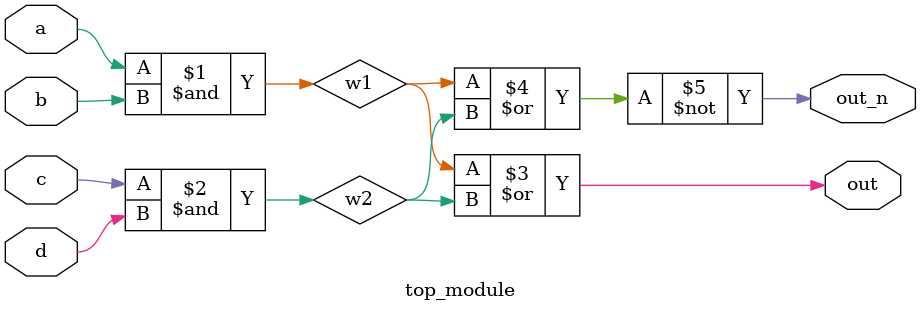
<source format=v>
module top_module(a,b,c,d,out,out_n);

input a,b,c,d;
output out,out_n;
wire w1,w2;

assign w1=a&b;
assign w2=c&d;
assign out=w1|w2;
assign out_n=~(w1|w2);

endmodule
</source>
